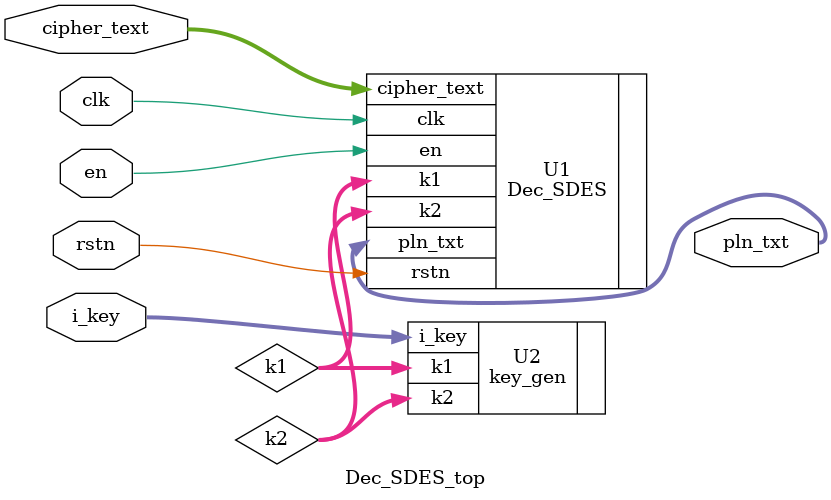
<source format=v>
module Dec_SDES_top(

	input						clk,	
	input						rstn,	
	input						en,		
	input			[7:0]		cipher_text,
	input 			[9:0]		i_key,	
	output			[7:0]		pln_txt	
	);
	
wire [7:0] k1,k2;

Dec_SDES U1 (
.clk(clk),
.rstn(rstn),
.en(en),
.pln_txt(pln_txt),
.k1(k1),
.k2(k2),
.cipher_text(cipher_text)
);

key_gen U2 (
.k1(k1),
.k2(k2),
.i_key(i_key)
);

endmodule 
</source>
